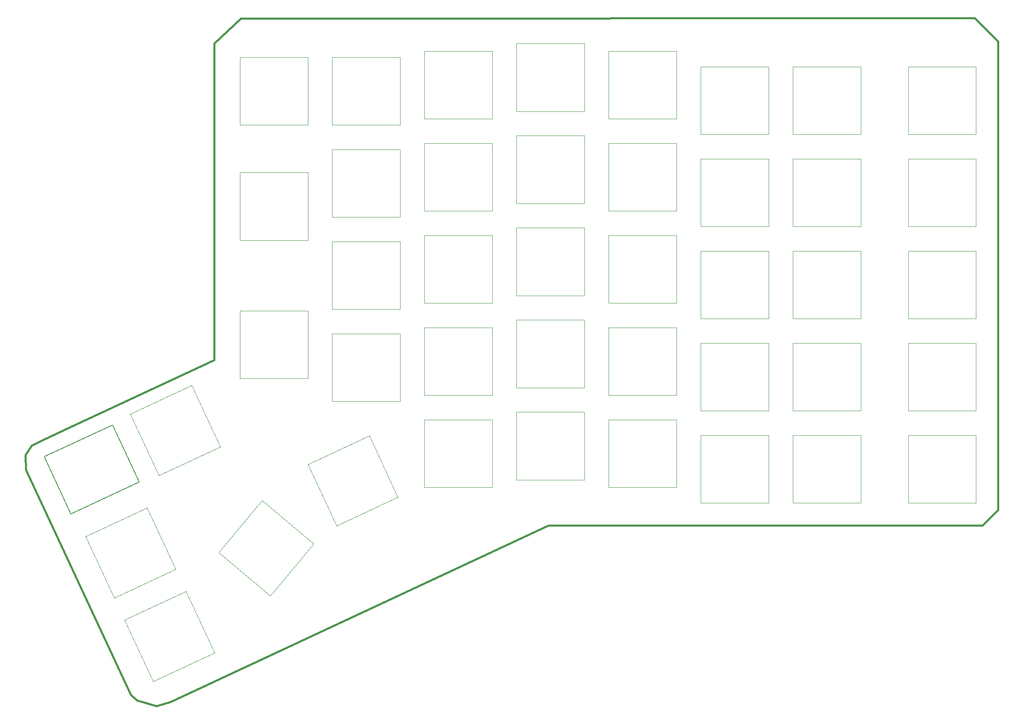
<source format=gm1>
%TF.GenerationSoftware,KiCad,Pcbnew,(6.0.5)*%
%TF.CreationDate,2022-08-07T14:10:24-06:00*%
%TF.ProjectId,right,72696768-742e-46b6-9963-61645f706362,rev?*%
%TF.SameCoordinates,Original*%
%TF.FileFunction,Profile,NP*%
%FSLAX46Y46*%
G04 Gerber Fmt 4.6, Leading zero omitted, Abs format (unit mm)*
G04 Created by KiCad (PCBNEW (6.0.5)) date 2022-08-07 14:10:24*
%MOMM*%
%LPD*%
G01*
G04 APERTURE LIST*
%TA.AperFunction,Profile*%
%ADD10C,0.381000*%
%TD*%
%TA.AperFunction,Profile*%
%ADD11C,0.120000*%
%TD*%
%TA.AperFunction,Profile*%
%ADD12C,0.150000*%
%TD*%
G04 APERTURE END LIST*
D10*
X202692000Y-154908000D02*
X218821000Y-154908000D01*
X217220000Y-50000000D02*
X222046800Y-54820000D01*
X21080980Y-143315440D02*
X20975000Y-140325000D01*
X20975000Y-140325000D02*
X22300000Y-138325000D01*
X60070000Y-55210000D02*
X65510000Y-50010000D01*
X44030530Y-191002920D02*
X48075000Y-192175000D01*
X22300000Y-138325000D02*
X24617680Y-137160000D01*
X65510000Y-50010000D02*
X217220000Y-50000000D01*
X222059500Y-149669500D02*
X222059500Y-151669500D01*
X42764960Y-189817760D02*
X44030530Y-191002920D01*
X129152400Y-154908000D02*
X196392800Y-154908000D01*
X48075000Y-192175000D02*
X50983900Y-191351920D01*
X218821000Y-154908000D02*
X222059500Y-151669500D01*
X24617680Y-137160000D02*
X28985200Y-135128000D01*
X196392800Y-154908000D02*
X202692000Y-154908000D01*
X60070000Y-55210000D02*
X60070000Y-120650000D01*
X222046800Y-143383000D02*
X222059500Y-149669500D01*
X222046800Y-143383000D02*
X222046800Y-54820000D01*
X21080980Y-143315440D02*
X42764960Y-189817760D01*
X50983900Y-191351920D02*
X129152400Y-154908000D01*
X28985200Y-135128000D02*
X60070000Y-120650000D01*
D11*
%TO.C,SW1:13*%
X179690500Y-136202660D02*
X179690500Y-150202660D01*
X179690500Y-150202660D02*
X193690500Y-150202660D01*
X193690500Y-150202660D02*
X193690500Y-136202660D01*
X193690500Y-136202660D02*
X179690500Y-136202660D01*
%TO.C,SW1:10*%
X136540000Y-145430000D02*
X136540000Y-131430000D01*
X136540000Y-131430000D02*
X122540000Y-131430000D01*
X122540000Y-145430000D02*
X136540000Y-145430000D01*
X122540000Y-131430000D02*
X122540000Y-145430000D01*
%TO.C,SW1:9*%
X103490000Y-133027660D02*
X103490000Y-147027660D01*
X117490000Y-147027660D02*
X117490000Y-133027660D01*
X117490000Y-133027660D02*
X103490000Y-133027660D01*
X103490000Y-147027660D02*
X117490000Y-147027660D01*
%TO.C,SW2:13*%
X193690500Y-117152660D02*
X179690500Y-117152660D01*
X179690500Y-131152660D02*
X193690500Y-131152660D01*
X179690500Y-117152660D02*
X179690500Y-131152660D01*
X193690500Y-131152660D02*
X193690500Y-117152660D01*
%TO.C,SW2:10*%
X122540000Y-112380000D02*
X122540000Y-126380000D01*
X136540000Y-112380000D02*
X122540000Y-112380000D01*
X122540000Y-126380000D02*
X136540000Y-126380000D01*
X136540000Y-126380000D02*
X136540000Y-112380000D01*
%TO.C,SW2:9*%
X103490000Y-113977660D02*
X103490000Y-127977660D01*
X103490000Y-127977660D02*
X117490000Y-127977660D01*
X117490000Y-113977660D02*
X103490000Y-113977660D01*
X117490000Y-127977660D02*
X117490000Y-113977660D01*
%TO.C,SW2:7*%
X65390000Y-124485160D02*
X79390000Y-124485160D01*
X79390000Y-110485160D02*
X65390000Y-110485160D01*
X79390000Y-124485160D02*
X79390000Y-110485160D01*
X65390000Y-110485160D02*
X65390000Y-124485160D01*
%TO.C,SW3:13*%
X193690500Y-98102660D02*
X179690500Y-98102660D01*
X193690500Y-112102660D02*
X193690500Y-98102660D01*
X179690500Y-98102660D02*
X179690500Y-112102660D01*
X179690500Y-112102660D02*
X193690500Y-112102660D01*
%TO.C,SW3:11*%
X141590000Y-94927660D02*
X141590000Y-108927660D01*
X155590000Y-108927660D02*
X155590000Y-94927660D01*
X155590000Y-94927660D02*
X141590000Y-94927660D01*
X141590000Y-108927660D02*
X155590000Y-108927660D01*
%TO.C,SW3:10*%
X122540000Y-93330000D02*
X122540000Y-107330000D01*
X136540000Y-93330000D02*
X122540000Y-93330000D01*
X122540000Y-107330000D02*
X136540000Y-107330000D01*
X136540000Y-107330000D02*
X136540000Y-93330000D01*
%TO.C,SW3:9*%
X117490000Y-108927660D02*
X117490000Y-94927660D01*
X103490000Y-108927660D02*
X117490000Y-108927660D01*
X117490000Y-94927660D02*
X103490000Y-94927660D01*
X103490000Y-94927660D02*
X103490000Y-108927660D01*
%TO.C,SW3:8*%
X84440000Y-110197660D02*
X98440000Y-110197660D01*
X84440000Y-96197660D02*
X84440000Y-110197660D01*
X98440000Y-110197660D02*
X98440000Y-96197660D01*
X98440000Y-96197660D02*
X84440000Y-96197660D01*
%TO.C,SW4:13*%
X179690500Y-93052660D02*
X193690500Y-93052660D01*
X193690500Y-93052660D02*
X193690500Y-79052660D01*
X193690500Y-79052660D02*
X179690500Y-79052660D01*
X179690500Y-79052660D02*
X179690500Y-93052660D01*
%TO.C,SW4:12*%
X160640000Y-79052660D02*
X160640000Y-93052660D01*
X174640000Y-93052660D02*
X174640000Y-79052660D01*
X160640000Y-93052660D02*
X174640000Y-93052660D01*
X174640000Y-79052660D02*
X160640000Y-79052660D01*
%TO.C,SW4:11*%
X155590000Y-75877660D02*
X141590000Y-75877660D01*
X141590000Y-75877660D02*
X141590000Y-89877660D01*
X141590000Y-89877660D02*
X155590000Y-89877660D01*
X155590000Y-89877660D02*
X155590000Y-75877660D01*
%TO.C,SW4:10*%
X136540000Y-74280000D02*
X122540000Y-74280000D01*
X122540000Y-74280000D02*
X122540000Y-88280000D01*
X136540000Y-88280000D02*
X136540000Y-74280000D01*
X122540000Y-88280000D02*
X136540000Y-88280000D01*
%TO.C,SW4:9*%
X103490000Y-89877660D02*
X117490000Y-89877660D01*
X103490000Y-75877660D02*
X103490000Y-89877660D01*
X117490000Y-75877660D02*
X103490000Y-75877660D01*
X117490000Y-89877660D02*
X117490000Y-75877660D01*
%TO.C,SW4:8*%
X84440000Y-91147660D02*
X98440000Y-91147660D01*
X98440000Y-77147660D02*
X84440000Y-77147660D01*
X98440000Y-91147660D02*
X98440000Y-77147660D01*
X84440000Y-77147660D02*
X84440000Y-91147660D01*
%TO.C,SW4:7*%
X65390000Y-95910160D02*
X79390000Y-95910160D01*
X65390000Y-81910160D02*
X65390000Y-95910160D01*
X79390000Y-81910160D02*
X65390000Y-81910160D01*
X79390000Y-95910160D02*
X79390000Y-81910160D01*
%TO.C,SW0:10*%
X92076827Y-136325518D02*
X79388518Y-142242173D01*
X97993482Y-149013827D02*
X92076827Y-136325518D01*
X79388518Y-142242173D02*
X85305173Y-154930482D01*
X85305173Y-154930482D02*
X97993482Y-149013827D01*
%TO.C,SW0:12*%
X41497518Y-174414173D02*
X47414173Y-187102482D01*
X60102482Y-181185827D02*
X54185827Y-168497518D01*
X54185827Y-168497518D02*
X41497518Y-174414173D01*
X47414173Y-187102482D02*
X60102482Y-181185827D01*
%TO.C,SW0:11*%
X71642798Y-169426824D02*
X80641824Y-158702202D01*
X80641824Y-158702202D02*
X69917202Y-149703176D01*
X60918176Y-160427798D02*
X71642798Y-169426824D01*
X69917202Y-149703176D02*
X60918176Y-160427798D01*
%TO.C,SW0:9*%
X52050682Y-163918907D02*
X46134027Y-151230598D01*
X39362373Y-169835562D02*
X52050682Y-163918907D01*
X33445718Y-157147253D02*
X39362373Y-169835562D01*
X46134027Y-151230598D02*
X33445718Y-157147253D01*
D12*
%TO.C,SW0:7*%
X30376758Y-152456123D02*
X44515159Y-145863278D01*
X39021122Y-134081277D02*
X24882721Y-140674122D01*
X24882721Y-140674122D02*
X30376758Y-152456123D01*
X39021122Y-134081277D02*
X44515159Y-145863278D01*
D11*
%TO.C,SW1:11*%
X141590000Y-147027660D02*
X155590000Y-147027660D01*
X155590000Y-147027660D02*
X155590000Y-133027660D01*
X155590000Y-133027660D02*
X141590000Y-133027660D01*
X141590000Y-133027660D02*
X141590000Y-147027660D01*
%TO.C,SW0:8*%
X61265802Y-138605267D02*
X55349147Y-125916958D01*
X42660838Y-131833613D02*
X48577493Y-144521922D01*
X55349147Y-125916958D02*
X42660838Y-131833613D01*
X48577493Y-144521922D02*
X61265802Y-138605267D01*
%TO.C,SW5:13*%
X179690500Y-74005200D02*
X193690500Y-74005200D01*
X193690500Y-74005200D02*
X193690500Y-60005200D01*
X193690500Y-60005200D02*
X179690500Y-60005200D01*
X179690500Y-60005200D02*
X179690500Y-74005200D01*
%TO.C,SW5:9*%
X117490000Y-56827660D02*
X103490000Y-56827660D01*
X103490000Y-70827660D02*
X117490000Y-70827660D01*
X103490000Y-56827660D02*
X103490000Y-70827660D01*
X117490000Y-70827660D02*
X117490000Y-56827660D01*
%TO.C,SW5:10*%
X136540000Y-55230000D02*
X122540000Y-55230000D01*
X122540000Y-69230000D02*
X136540000Y-69230000D01*
X122540000Y-55230000D02*
X122540000Y-69230000D01*
X136540000Y-69230000D02*
X136540000Y-55230000D01*
%TO.C,SW5:11*%
X155590000Y-56827660D02*
X141590000Y-56827660D01*
X155590000Y-70827660D02*
X155590000Y-56827660D01*
X141590000Y-56827660D02*
X141590000Y-70827660D01*
X141590000Y-70827660D02*
X155590000Y-70827660D01*
%TO.C,SW5:12*%
X160640000Y-60005200D02*
X160640000Y-74005200D01*
X174640000Y-60005200D02*
X160640000Y-60005200D01*
X174640000Y-74005200D02*
X174640000Y-60005200D01*
X160640000Y-74005200D02*
X174640000Y-74005200D01*
%TO.C,SW5:8*%
X98440000Y-58100200D02*
X84440000Y-58100200D01*
X98440000Y-72100200D02*
X98440000Y-58100200D01*
X84440000Y-58100200D02*
X84440000Y-72100200D01*
X84440000Y-72100200D02*
X98440000Y-72100200D01*
%TO.C,SW5:7*%
X65390000Y-58100200D02*
X65390000Y-72100200D01*
X79390000Y-72100200D02*
X79390000Y-58100200D01*
X79390000Y-58100200D02*
X65390000Y-58100200D01*
X65390000Y-72100200D02*
X79390000Y-72100200D01*
%TO.C,SW2:11*%
X155590000Y-127977660D02*
X155590000Y-113977660D01*
X155590000Y-113977660D02*
X141590000Y-113977660D01*
X141590000Y-127977660D02*
X155590000Y-127977660D01*
X141590000Y-113977660D02*
X141590000Y-127977660D01*
%TO.C,SW2:8*%
X84440000Y-129247660D02*
X98440000Y-129247660D01*
X84440000Y-115247660D02*
X84440000Y-129247660D01*
X98440000Y-129247660D02*
X98440000Y-115247660D01*
X98440000Y-115247660D02*
X84440000Y-115247660D01*
%TO.C,SW3:12*%
X160640000Y-98102660D02*
X160640000Y-112102660D01*
X160640000Y-112102660D02*
X174640000Y-112102660D01*
X174640000Y-112102660D02*
X174640000Y-98102660D01*
X174640000Y-98102660D02*
X160640000Y-98102660D01*
%TO.C,SW2:12*%
X160640000Y-117152660D02*
X160640000Y-131152660D01*
X174640000Y-117152660D02*
X160640000Y-117152660D01*
X174640000Y-131152660D02*
X174640000Y-117152660D01*
X160640000Y-131152660D02*
X174640000Y-131152660D01*
%TO.C,SW1:12*%
X174640000Y-150202660D02*
X174640000Y-136202660D01*
X160640000Y-136202660D02*
X160640000Y-150202660D01*
X174640000Y-136202660D02*
X160640000Y-136202660D01*
X160640000Y-150202660D02*
X174640000Y-150202660D01*
%TO.C,SW11*%
X217502400Y-117150850D02*
X203502400Y-117150850D01*
X217502400Y-131150850D02*
X217502400Y-117150850D01*
X203502400Y-117150850D02*
X203502400Y-131150850D01*
X203502400Y-131150850D02*
X217502400Y-131150850D01*
X203502400Y-93055200D02*
X217502400Y-93055200D01*
X217502400Y-93055200D02*
X217502400Y-79055200D01*
X203502400Y-79055200D02*
X203502400Y-93055200D01*
X217502400Y-79055200D02*
X203502400Y-79055200D01*
X217502400Y-60005200D02*
X203502400Y-60005200D01*
X203502400Y-60005200D02*
X203502400Y-74005200D01*
X203502400Y-74005200D02*
X217502400Y-74005200D01*
X217502400Y-74005200D02*
X217502400Y-60005200D01*
X203502400Y-150210850D02*
X217502400Y-150210850D01*
X203502400Y-136210850D02*
X203502400Y-150210850D01*
X217502400Y-150210850D02*
X217502400Y-136210850D01*
X217502400Y-136210850D02*
X203502400Y-136210850D01*
X203502400Y-98100850D02*
X203502400Y-112100850D01*
X203502400Y-112100850D02*
X217502400Y-112100850D01*
X217502400Y-98100850D02*
X203502400Y-98100850D01*
X217502400Y-112100850D02*
X217502400Y-98100850D01*
%TD*%
M02*

</source>
